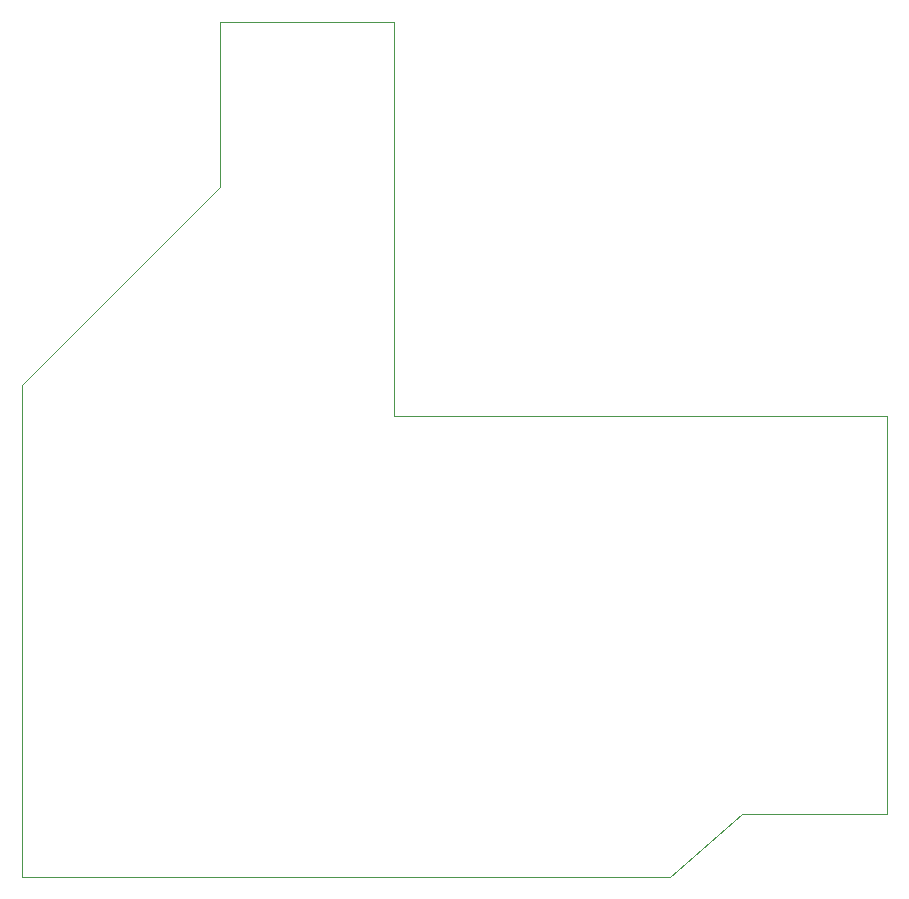
<source format=gbr>
%TF.GenerationSoftware,KiCad,Pcbnew,(7.0.0)*%
%TF.CreationDate,2023-08-04T18:21:46+01:00*%
%TF.ProjectId,DataIOROM,44617461-494f-4524-9f4d-2e6b69636164,rev?*%
%TF.SameCoordinates,Original*%
%TF.FileFunction,Profile,NP*%
%FSLAX46Y46*%
G04 Gerber Fmt 4.6, Leading zero omitted, Abs format (unit mm)*
G04 Created by KiCad (PCBNEW (7.0.0)) date 2023-08-04 18:21:46*
%MOMM*%
%LPD*%
G01*
G04 APERTURE LIST*
%TA.AperFunction,Profile*%
%ADD10C,0.100000*%
%TD*%
G04 APERTURE END LIST*
D10*
X117131663Y-127254000D02*
X117131663Y-85560337D01*
X133858000Y-68834000D02*
X117131663Y-85560337D01*
X178054000Y-121920000D02*
X190373000Y-121920000D01*
X171955989Y-127256011D02*
X178054000Y-121920000D01*
X133858000Y-68834000D02*
X133858000Y-54864000D01*
X148590000Y-88265000D02*
X190373000Y-88265000D01*
X148590000Y-54864000D02*
X148590000Y-88265000D01*
X133858000Y-54864000D02*
X148590000Y-54864000D01*
X190373000Y-121920000D02*
X190373000Y-88265000D01*
X117131663Y-127254000D02*
X171955989Y-127256011D01*
M02*

</source>
